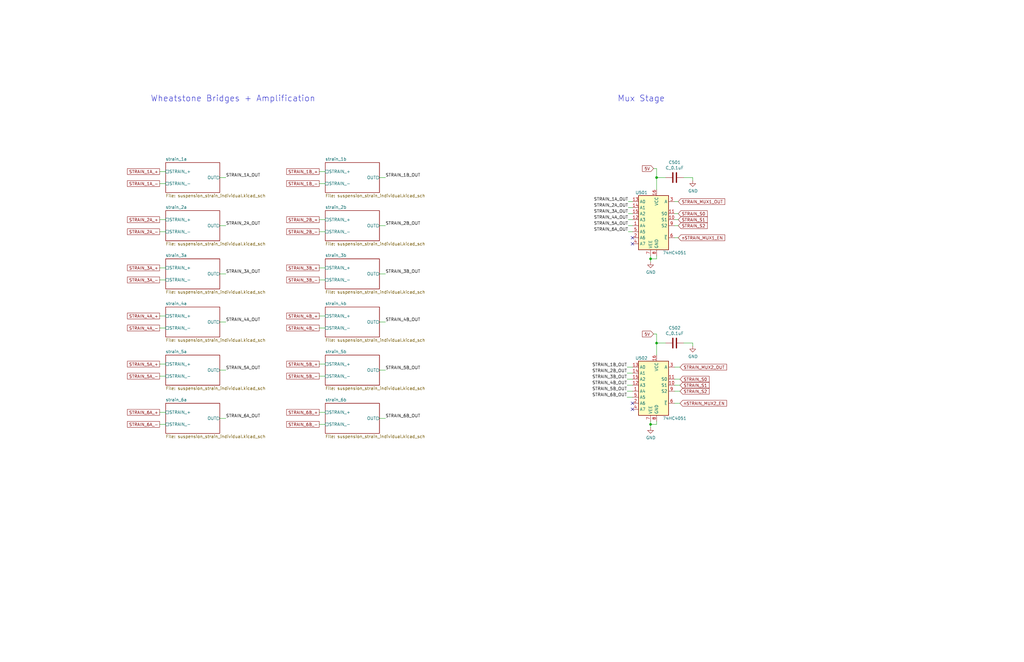
<source format=kicad_sch>
(kicad_sch (version 20211123) (generator eeschema)
  (paper "B")
  (title_block (title "Suspension Strain") (date "2021-05-22") (rev "1") (company "Olin Electric Motorsports") (comment 1 "Wesley Soo-Hoo"))
  (lib_symbols
    (symbol "formula:74HC4051"
      (property "Reference" "U" (at -5.08 11.43 0))
      (property "Value" "74HC4051" (at -7.62 -13.97 0))
      (symbol "74HC4051_0_1"
        (rectangle (start -5.08 10.16) (end 7.62 -12.7) (stroke (width 0.254)) (fill (type background)))
      )
      (symbol "74HC4051_1_1"
        (pin passive line (at 10.16 -2.54 180) (length 2.54) (name "A4") (number "1"))
        (pin input line (at -7.62 0 0) (length 2.54) (name "S1") (number "10"))
        (pin input line (at -7.62 2.54 0) (length 2.54) (name "S0") (number "11"))
        (pin passive line (at 10.16 0 180) (length 2.54) (name "A3") (number "12"))
        (pin passive line (at 10.16 7.62 180) (length 2.54) (name "A0") (number "13"))
        (pin passive line (at 10.16 5.08 180) (length 2.54) (name "A1") (number "14"))
        (pin passive line (at 10.16 2.54 180) (length 2.54) (name "A2") (number "15"))
        (pin power_in line (at 0 12.7 270) (length 2.54) (name "VCC") (number "16"))
        (pin passive line (at 10.16 -7.62 180) (length 2.54) (name "A6") (number "2"))
        (pin passive line (at -7.62 7.62 0) (length 2.54) (name "A") (number "3"))
        (pin passive line (at 10.16 -10.16 180) (length 2.54) (name "A7") (number "4"))
        (pin passive line (at 10.16 -5.08 180) (length 2.54) (name "A5") (number "5"))
        (pin input line (at -7.62 -7.62 0) (length 2.54) (name "~{E}") (number "6"))
        (pin power_in line (at 2.54 -15.24 90) (length 2.54) (name "VEE") (number "7"))
        (pin power_in line (at 0 -15.24 90) (length 2.54) (name "GND") (number "8"))
        (pin input line (at -7.62 -2.54 0) (length 2.54) (name "S2") (number "9"))
      )
    )
    (symbol "formula:C_0.1uF" (pin_numbers hide) (pin_names (offset 0.254))
      (property "Reference" "C" (at 0.635 2.54 0))
      (property "Value" "C_0.1uF" (at 0.635 -2.54 0))
      (symbol "C_0.1uF_0_1"
        (polyline (pts (xy -2.032 -0.762) (xy 2.032 -0.762)) (stroke (width 0.508)))
        (polyline (pts (xy -2.032 0.762) (xy 2.032 0.762)) (stroke (width 0.508)))
      )
      (symbol "C_0.1uF_1_1"
        (pin passive line (at 0 3.81 270) (length 2.794) (name "~") (number "1"))
        (pin passive line (at 0 -3.81 90) (length 2.794) (name "~") (number "2"))
      )
    )
    (symbol "power:GND" (power) (pin_names (offset 0))
      (property "Value" "power_GND" (at 0 -3.81 0))
      (symbol "GND_0_1"
        (polyline (pts (xy 0 0) (xy 0 -1.27) (xy 1.27 -1.27) (xy 0 -2.54) (xy -1.27 -1.27) (xy 0 -1.27)))
      )
      (symbol "GND_1_1"
        (pin power_in line (at 0 0 270) (length 0) hide (name "GND") (number "1"))
      )
    )
  )
  (junction (at 274.32 109.22))
  (junction (at 274.32 179.07))
  (junction (at 276.86 74.93))
  (junction (at 276.86 144.78))
  (no_connect (at 266.7 102.87))
  (no_connect (at 266.7 170.18))
  (no_connect (at 266.7 100.33))
  (no_connect (at 266.7 172.72))
  (wire (pts (xy 284.48 162.56) (xy 286.766 162.56)))
  (wire (pts (xy 275.59 71.12) (xy 276.86 71.12)))
  (wire (pts (xy 69.85 97.79) (xy 67.31 97.79)))
  (wire (pts (xy 284.48 165.1) (xy 286.766 165.1)))
  (wire (pts (xy 95.25 74.93) (xy 92.71 74.93)))
  (wire (pts (xy 137.16 97.79) (xy 134.62 97.79)))
  (wire (pts (xy 134.62 113.03) (xy 137.16 113.03)))
  (wire (pts (xy 134.62 133.35) (xy 137.16 133.35)))
  (wire (pts (xy 264.414 154.94) (xy 266.7 154.94)))
  (wire (pts (xy 274.32 179.07) (xy 276.86 179.07)))
  (wire (pts (xy 284.48 170.18) (xy 286.766 170.18)))
  (wire (pts (xy 276.86 74.93) (xy 276.86 80.01)))
  (wire (pts (xy 274.32 179.07) (xy 274.32 177.8)))
  (wire (pts (xy 162.56 95.25) (xy 160.02 95.25)))
  (wire (pts (xy 134.62 72.39) (xy 137.16 72.39)))
  (wire (pts (xy 95.25 176.53) (xy 92.71 176.53)))
  (wire (pts (xy 67.31 173.99) (xy 69.85 173.99)))
  (wire (pts (xy 137.16 77.47) (xy 134.62 77.47)))
  (wire (pts (xy 275.59 140.97) (xy 276.86 140.97)))
  (wire (pts (xy 284.48 100.33) (xy 286.004 100.33)))
  (wire (pts (xy 274.32 110.49) (xy 274.32 109.22)))
  (wire (pts (xy 264.922 85.09) (xy 266.7 85.09)))
  (wire (pts (xy 276.86 179.07) (xy 276.86 177.8)))
  (wire (pts (xy 284.48 95.25) (xy 286.004 95.25)))
  (wire (pts (xy 264.414 167.64) (xy 266.7 167.64)))
  (wire (pts (xy 284.48 154.94) (xy 286.766 154.94)))
  (wire (pts (xy 264.922 97.79) (xy 266.7 97.79)))
  (wire (pts (xy 284.48 92.71) (xy 286.004 92.71)))
  (wire (pts (xy 95.25 156.21) (xy 92.71 156.21)))
  (wire (pts (xy 292.1 76.2) (xy 292.1 74.93)))
  (wire (pts (xy 274.32 180.34) (xy 274.32 179.07)))
  (wire (pts (xy 95.25 95.25) (xy 92.71 95.25)))
  (wire (pts (xy 69.85 118.11) (xy 67.31 118.11)))
  (wire (pts (xy 162.56 74.93) (xy 160.02 74.93)))
  (wire (pts (xy 69.85 138.43) (xy 67.31 138.43)))
  (wire (pts (xy 134.62 153.67) (xy 137.16 153.67)))
  (wire (pts (xy 162.56 115.57) (xy 160.02 115.57)))
  (wire (pts (xy 284.48 85.09) (xy 286.004 85.09)))
  (wire (pts (xy 264.922 90.17) (xy 266.7 90.17)))
  (wire (pts (xy 284.48 90.17) (xy 286.004 90.17)))
  (wire (pts (xy 67.31 153.67) (xy 69.85 153.67)))
  (wire (pts (xy 274.32 109.22) (xy 276.86 109.22)))
  (wire (pts (xy 292.1 146.05) (xy 292.1 144.78)))
  (wire (pts (xy 264.922 92.71) (xy 266.7 92.71)))
  (wire (pts (xy 95.25 135.89) (xy 92.71 135.89)))
  (wire (pts (xy 276.86 71.12) (xy 276.86 74.93)))
  (wire (pts (xy 67.31 113.03) (xy 69.85 113.03)))
  (wire (pts (xy 264.922 95.25) (xy 266.7 95.25)))
  (wire (pts (xy 137.16 118.11) (xy 134.62 118.11)))
  (wire (pts (xy 284.48 160.02) (xy 286.766 160.02)))
  (wire (pts (xy 137.16 179.07) (xy 134.62 179.07)))
  (wire (pts (xy 264.414 165.1) (xy 266.7 165.1)))
  (wire (pts (xy 162.56 135.89) (xy 160.02 135.89)))
  (wire (pts (xy 274.32 109.22) (xy 274.32 107.95)))
  (wire (pts (xy 95.25 115.57) (xy 92.71 115.57)))
  (wire (pts (xy 292.1 74.93) (xy 288.29 74.93)))
  (wire (pts (xy 280.67 144.78) (xy 276.86 144.78)))
  (wire (pts (xy 162.56 156.21) (xy 160.02 156.21)))
  (wire (pts (xy 292.1 144.78) (xy 288.29 144.78)))
  (wire (pts (xy 134.62 92.71) (xy 137.16 92.71)))
  (wire (pts (xy 280.67 74.93) (xy 276.86 74.93)))
  (wire (pts (xy 134.62 173.99) (xy 137.16 173.99)))
  (wire (pts (xy 264.414 157.48) (xy 266.7 157.48)))
  (wire (pts (xy 276.86 144.78) (xy 276.86 149.86)))
  (wire (pts (xy 67.31 158.75) (xy 69.85 158.75)))
  (wire (pts (xy 69.85 77.47) (xy 67.31 77.47)))
  (wire (pts (xy 276.86 109.22) (xy 276.86 107.95)))
  (wire (pts (xy 69.85 179.07) (xy 67.31 179.07)))
  (wire (pts (xy 276.86 140.97) (xy 276.86 144.78)))
  (wire (pts (xy 264.414 160.02) (xy 266.7 160.02)))
  (wire (pts (xy 137.16 138.43) (xy 134.62 138.43)))
  (wire (pts (xy 162.56 176.53) (xy 160.02 176.53)))
  (wire (pts (xy 67.31 92.71) (xy 69.85 92.71)))
  (wire (pts (xy 264.414 162.56) (xy 266.7 162.56)))
  (wire (pts (xy 264.922 87.63) (xy 266.7 87.63)))
  (wire (pts (xy 67.31 133.35) (xy 69.85 133.35)))
  (wire (pts (xy 67.31 72.39) (xy 69.85 72.39)))
  (wire (pts (xy 137.16 158.75) (xy 134.62 158.75)))
  (text "Mux Stage" (at 260.35 43.18 0) (effects (font (size 2.54 2.54)) (justify left bottom)))
  (text "Wheatstone Bridges + Amplification" (at 63.5 43.18 0) (effects (font (size 2.54 2.54)) (justify left bottom)))
  (label "STRAIN_3B_OUT" (at 162.56 115.57 0))
  (label "STRAIN_6B_OUT" (at 162.56 176.53 0))
  (label "STRAIN_3B_OUT" (at 264.414 160.02 180))
  (label "STRAIN_3A_OUT" (at 264.922 90.17 180))
  (label "STRAIN_2A_OUT" (at 95.25 95.25 0))
  (label "STRAIN_4B_OUT" (at 264.414 162.56 180))
  (label "STRAIN_5B_OUT" (at 162.56 156.21 0))
  (label "STRAIN_2A_OUT" (at 264.922 87.63 180))
  (label "STRAIN_1B_OUT" (at 162.56 74.93 0))
  (label "STRAIN_6A_OUT" (at 95.25 176.53 0))
  (label "STRAIN_5A_OUT" (at 95.25 156.21 0))
  (label "STRAIN_6A_OUT" (at 264.922 97.79 180))
  (label "STRAIN_4A_OUT" (at 264.922 92.71 180))
  (label "STRAIN_2B_OUT" (at 162.56 95.25 0))
  (label "STRAIN_1B_OUT" (at 264.414 154.94 180))
  (label "STRAIN_6B_OUT" (at 264.414 167.64 180))
  (label "STRAIN_1A_OUT" (at 95.25 74.93 0))
  (label "STRAIN_4B_OUT" (at 162.56 135.89 0))
  (label "STRAIN_2B_OUT" (at 264.414 157.48 180))
  (label "STRAIN_3A_OUT" (at 95.25 115.57 0))
  (label "STRAIN_5A_OUT" (at 264.922 95.25 180))
  (label "STRAIN_4A_OUT" (at 95.25 135.89 0))
  (label "STRAIN_5B_OUT" (at 264.414 165.1 180))
  (label "STRAIN_1A_OUT" (at 264.922 85.09 180))
  (global_label "STRAIN_2B_-" (shape passive) (at 134.62 97.79 180) (property "Intersheet References" "${INTERSHEET_REFS}" (effects hide)))
  (global_label "STRAIN_6B_-" (shape passive) (at 134.62 179.07 180) (property "Intersheet References" "${INTERSHEET_REFS}" (effects hide)))
  (global_label "STRAIN_5B_-" (shape passive) (at 134.62 158.75 180) (property "Intersheet References" "${INTERSHEET_REFS}" (effects hide)))
  (global_label "STRAIN_S0" (shape input) (at 286.766 160.02 0) (property "Intersheet References" "${INTERSHEET_REFS}" (effects hide)))
  (global_label "STRAIN_3B_+" (shape passive) (at 134.62 113.03 180) (property "Intersheet References" "${INTERSHEET_REFS}" (effects hide)))
  (global_label "STRAIN_6B_+" (shape passive) (at 134.62 173.99 180) (property "Intersheet References" "${INTERSHEET_REFS}" (effects hide)))
  (global_label "STRAIN_6A_+" (shape passive) (at 67.31 173.99 180) (property "Intersheet References" "${INTERSHEET_REFS}" (effects hide)))
  (global_label "STRAIN_3A_-" (shape passive) (at 67.31 118.11 180) (property "Intersheet References" "${INTERSHEET_REFS}" (effects hide)))
  (global_label "nSTRAIN_MUX1_EN" (shape input) (at 286.004 100.33 0) (property "Intersheet References" "${INTERSHEET_REFS}" (effects hide)))
  (global_label "STRAIN_6A_-" (shape passive) (at 67.31 179.07 180) (property "Intersheet References" "${INTERSHEET_REFS}" (effects hide)))
  (global_label "5V" (shape input) (at 275.59 140.97 180) (property "Intersheet References" "${INTERSHEET_REFS}" (effects hide)))
  (global_label "STRAIN_4B_-" (shape passive) (at 134.62 138.43 180) (property "Intersheet References" "${INTERSHEET_REFS}" (effects hide)))
  (global_label "STRAIN_MUX2_OUT" (shape input) (at 286.766 154.94 0) (property "Intersheet References" "${INTERSHEET_REFS}" (effects hide)))
  (global_label "STRAIN_S2" (shape input) (at 286.766 165.1 0) (property "Intersheet References" "${INTERSHEET_REFS}" (effects hide)))
  (global_label "STRAIN_1A_+" (shape passive) (at 67.31 72.39 180) (property "Intersheet References" "${INTERSHEET_REFS}" (effects hide)))
  (global_label "STRAIN_3B_-" (shape passive) (at 134.62 118.11 180) (property "Intersheet References" "${INTERSHEET_REFS}" (effects hide)))
  (global_label "STRAIN_5A_-" (shape passive) (at 67.31 158.75 180) (property "Intersheet References" "${INTERSHEET_REFS}" (effects hide)))
  (global_label "5V" (shape input) (at 275.59 71.12 180) (property "Intersheet References" "${INTERSHEET_REFS}" (effects hide)))
  (global_label "STRAIN_2A_+" (shape passive) (at 67.31 92.71 180) (property "Intersheet References" "${INTERSHEET_REFS}" (effects hide)))
  (global_label "STRAIN_5A_+" (shape passive) (at 67.31 153.67 180) (property "Intersheet References" "${INTERSHEET_REFS}" (effects hide)))
  (global_label "nSTRAIN_MUX2_EN" (shape input) (at 286.766 170.18 0) (property "Intersheet References" "${INTERSHEET_REFS}" (effects hide)))
  (global_label "STRAIN_S0" (shape input) (at 286.004 90.17 0) (property "Intersheet References" "${INTERSHEET_REFS}" (effects hide)))
  (global_label "STRAIN_1B_-" (shape passive) (at 134.62 77.47 180) (property "Intersheet References" "${INTERSHEET_REFS}" (effects hide)))
  (global_label "STRAIN_S1" (shape input) (at 286.766 162.56 0) (property "Intersheet References" "${INTERSHEET_REFS}" (effects hide)))
  (global_label "STRAIN_1A_-" (shape passive) (at 67.31 77.47 180) (property "Intersheet References" "${INTERSHEET_REFS}" (effects hide)))
  (global_label "STRAIN_S2" (shape input) (at 286.004 95.25 0) (property "Intersheet References" "${INTERSHEET_REFS}" (effects hide)))
  (global_label "STRAIN_4B_+" (shape passive) (at 134.62 133.35 180) (property "Intersheet References" "${INTERSHEET_REFS}" (effects hide)))
  (global_label "STRAIN_MUX1_OUT" (shape input) (at 286.004 85.09 0) (property "Intersheet References" "${INTERSHEET_REFS}" (effects hide)))
  (global_label "STRAIN_2B_+" (shape passive) (at 134.62 92.71 180) (property "Intersheet References" "${INTERSHEET_REFS}" (effects hide)))
  (global_label "STRAIN_4A_-" (shape passive) (at 67.31 138.43 180) (property "Intersheet References" "${INTERSHEET_REFS}" (effects hide)))
  (global_label "STRAIN_S1" (shape input) (at 286.004 92.71 0) (property "Intersheet References" "${INTERSHEET_REFS}" (effects hide)))
  (global_label "STRAIN_2A_-" (shape passive) (at 67.31 97.79 180) (property "Intersheet References" "${INTERSHEET_REFS}" (effects hide)))
  (global_label "STRAIN_5B_+" (shape passive) (at 134.62 153.67 180) (property "Intersheet References" "${INTERSHEET_REFS}" (effects hide)))
  (global_label "STRAIN_3A_+" (shape passive) (at 67.31 113.03 180) (property "Intersheet References" "${INTERSHEET_REFS}" (effects hide)))
  (global_label "STRAIN_1B_+" (shape passive) (at 134.62 72.39 180) (property "Intersheet References" "${INTERSHEET_REFS}" (effects hide)))
  (global_label "STRAIN_4A_+" (shape passive) (at 67.31 133.35 180) (property "Intersheet References" "${INTERSHEET_REFS}" (effects hide)))
  (symbol (lib_id "formula:74HC4051") (at 276.86 92.71 0) (mirror y)
    (property "Reference" "U501" (at 270.51 81.28 0))
    (property "Value" "74HC4051" (at 284.48 106.68 0))
    (property "Footprint" "footprints:SOIC127P600X175-16N" (effects hide))
    (property "Datasheet" "http://www.ti.com/lit/ds/symlink/cd74hc4051.pdf" (effects hide))
  )
  (symbol (lib_id "formula:C_0.1uF") (at 284.48 74.93 270) (unit 1)
    (property "Reference" "C501" (at 284.48 68.5292 90))
    (property "Value" "C_0.1uF" (at 284.48 70.8406 90))
    (property "Footprint" "footprints:C_0805_OEM" (effects hide))
    (property "Datasheet" "http://datasheets.avx.com/X7RDielectric.pdf" (effects hide))
    (property "MFN" "DK" (effects hide))
    (property "MPN" "478-3352-1-ND" (effects hide))
    (property "PurchasingLink" "https://www.digikey.com/products/en?keywords=478-3352-1-ND" (effects hide))
  )
  (symbol (lib_id "power:GND") (at 292.1 76.2 0) (unit 1)
    (property "Reference" "#PWR?" (effects hide))
    (property "Value" "GND" (at 292.227 80.5942 0))
  )
  (symbol (lib_id "formula:C_0.1uF") (at 284.48 144.78 270) (unit 1)
    (property "Reference" "C502" (at 284.48 138.3792 90))
    (property "Value" "C_0.1uF" (at 284.48 140.6906 90))
    (property "Footprint" "footprints:C_0805_OEM" (effects hide))
    (property "Datasheet" "http://datasheets.avx.com/X7RDielectric.pdf" (effects hide))
    (property "MFN" "DK" (effects hide))
    (property "MPN" "478-3352-1-ND" (effects hide))
    (property "PurchasingLink" "https://www.digikey.com/products/en?keywords=478-3352-1-ND" (effects hide))
  )
  (symbol (lib_id "power:GND") (at 292.1 146.05 0) (unit 1)
    (property "Reference" "#PWR?" (effects hide))
    (property "Value" "GND" (at 292.227 150.4442 0))
  )
  (symbol (lib_id "power:GND") (at 274.32 110.49 0) (unit 1)
    (property "Reference" "#PWR?" (effects hide))
    (property "Value" "GND" (at 274.447 114.8842 0))
  )
  (symbol (lib_id "power:GND") (at 274.32 180.34 0) (unit 1)
    (property "Reference" "#PWR?" (effects hide))
    (property "Value" "GND" (at 274.447 184.7342 0))
  )
  (symbol (lib_id "formula:74HC4051") (at 276.86 162.56 0) (mirror y)
    (property "Reference" "U502" (at 270.51 151.13 0))
    (property "Value" "74HC4051" (at 284.48 176.53 0))
    (property "Footprint" "footprints:SOIC127P600X175-16N" (effects hide))
    (property "Datasheet" "http://www.ti.com/lit/ds/symlink/cd74hc4051.pdf" (effects hide))
  )
  (sheet (at 69.85 88.9) (size 22.86 12.7)
    (property "Sheet name" "strain_2a" (at 69.85 88.1884 0) (effects (justify left bottom)))
    (property "Sheet file" "suspension_strain_individual.kicad_sch" (at 69.85 102.1846 0) (effects (justify left top)))
    (pin "STRAIN_+" passive (at 69.85 92.71 180))
    (pin "OUT" output (at 92.71 95.25 0))
    (pin "STRAIN_-" passive (at 69.85 97.79 180))
  )
  (sheet (at 69.85 109.22) (size 22.86 12.7)
    (property "Sheet name" "strain_3a" (at 69.85 108.5084 0) (effects (justify left bottom)))
    (property "Sheet file" "suspension_strain_individual.kicad_sch" (at 69.85 122.5046 0) (effects (justify left top)))
    (pin "STRAIN_+" passive (at 69.85 113.03 180))
    (pin "OUT" output (at 92.71 115.57 0))
    (pin "STRAIN_-" passive (at 69.85 118.11 180))
  )
  (sheet (at 69.85 129.54) (size 22.86 12.7)
    (property "Sheet name" "strain_4a" (at 69.85 128.8284 0) (effects (justify left bottom)))
    (property "Sheet file" "suspension_strain_individual.kicad_sch" (at 69.85 142.8246 0) (effects (justify left top)))
    (pin "STRAIN_+" passive (at 69.85 133.35 180))
    (pin "OUT" output (at 92.71 135.89 0))
    (pin "STRAIN_-" passive (at 69.85 138.43 180))
  )
  (sheet (at 69.85 149.86) (size 22.86 12.7)
    (property "Sheet name" "strain_5a" (at 69.85 149.1484 0) (effects (justify left bottom)))
    (property "Sheet file" "suspension_strain_individual.kicad_sch" (at 69.85 163.1446 0) (effects (justify left top)))
    (pin "STRAIN_+" passive (at 69.85 153.67 180))
    (pin "OUT" output (at 92.71 156.21 0))
    (pin "STRAIN_-" passive (at 69.85 158.75 180))
  )
  (sheet (at 69.85 170.18) (size 22.86 12.7)
    (property "Sheet name" "strain_6a" (at 69.85 169.4684 0) (effects (justify left bottom)))
    (property "Sheet file" "suspension_strain_individual.kicad_sch" (at 69.85 183.4646 0) (effects (justify left top)))
    (pin "STRAIN_+" passive (at 69.85 173.99 180))
    (pin "OUT" output (at 92.71 176.53 0))
    (pin "STRAIN_-" passive (at 69.85 179.07 180))
  )
  (sheet (at 137.16 129.54) (size 22.86 12.7)
    (property "Sheet name" "strain_4b" (at 137.16 128.8284 0) (effects (justify left bottom)))
    (property "Sheet file" "suspension_strain_individual.kicad_sch" (at 137.16 142.8246 0) (effects (justify left top)))
    (pin "STRAIN_+" passive (at 137.16 133.35 180))
    (pin "OUT" output (at 160.02 135.89 0))
    (pin "STRAIN_-" passive (at 137.16 138.43 180))
  )
  (sheet (at 137.16 149.86) (size 22.86 12.7)
    (property "Sheet name" "strain_5b" (at 137.16 149.1484 0) (effects (justify left bottom)))
    (property "Sheet file" "suspension_strain_individual.kicad_sch" (at 137.16 163.1446 0) (effects (justify left top)))
    (pin "STRAIN_+" passive (at 137.16 153.67 180))
    (pin "OUT" output (at 160.02 156.21 0))
    (pin "STRAIN_-" passive (at 137.16 158.75 180))
  )
  (sheet (at 137.16 170.18) (size 22.86 12.7)
    (property "Sheet name" "strain_6b" (at 137.16 169.4684 0) (effects (justify left bottom)))
    (property "Sheet file" "suspension_strain_individual.kicad_sch" (at 137.16 183.4646 0) (effects (justify left top)))
    (pin "STRAIN_+" passive (at 137.16 173.99 180))
    (pin "OUT" output (at 160.02 176.53 0))
    (pin "STRAIN_-" passive (at 137.16 179.07 180))
  )
  (sheet (at 137.16 68.58) (size 22.86 12.7)
    (property "Sheet name" "strain_1b" (at 137.16 67.8684 0) (effects (justify left bottom)))
    (property "Sheet file" "suspension_strain_individual.kicad_sch" (at 137.16 81.8646 0) (effects (justify left top)))
    (pin "STRAIN_+" passive (at 137.16 72.39 180))
    (pin "OUT" output (at 160.02 74.93 0))
    (pin "STRAIN_-" passive (at 137.16 77.47 180))
  )
  (sheet (at 137.16 88.9) (size 22.86 12.7)
    (property "Sheet name" "strain_2b" (at 137.16 88.1884 0) (effects (justify left bottom)))
    (property "Sheet file" "suspension_strain_individual.kicad_sch" (at 137.16 102.1846 0) (effects (justify left top)))
    (pin "STRAIN_+" passive (at 137.16 92.71 180))
    (pin "OUT" output (at 160.02 95.25 0))
    (pin "STRAIN_-" passive (at 137.16 97.79 180))
  )
  (sheet (at 137.16 109.22) (size 22.86 12.7)
    (property "Sheet name" "strain_3b" (at 137.16 108.5084 0) (effects (justify left bottom)))
    (property "Sheet file" "suspension_strain_individual.kicad_sch" (at 137.16 122.5046 0) (effects (justify left top)))
    (pin "STRAIN_+" passive (at 137.16 113.03 180))
    (pin "OUT" output (at 160.02 115.57 0))
    (pin "STRAIN_-" passive (at 137.16 118.11 180))
  )
  (sheet (at 69.85 68.58) (size 22.86 12.7)
    (property "Sheet name" "strain_1a" (at 69.85 67.8684 0) (effects (justify left bottom)))
    (property "Sheet file" "suspension_strain_individual.kicad_sch" (at 69.85 81.8646 0) (effects (justify left top)))
    (pin "STRAIN_+" passive (at 69.85 72.39 180))
    (pin "OUT" output (at 92.71 74.93 0))
    (pin "STRAIN_-" passive (at 69.85 77.47 180))
  )
)
</source>
